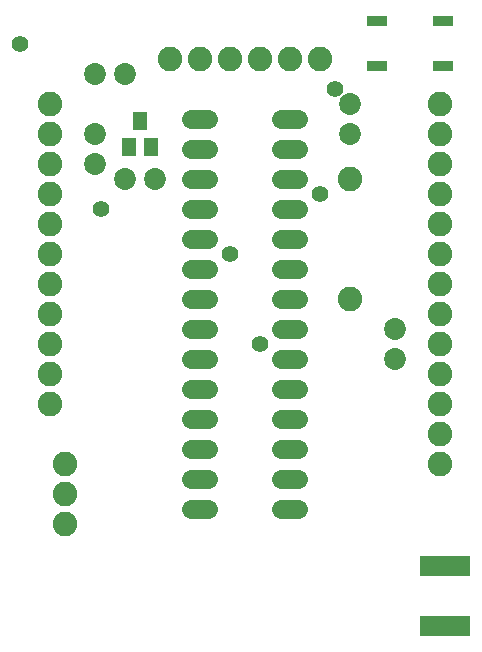
<source format=gts>
G75*
%MOIN*%
%OFA0B0*%
%FSLAX24Y24*%
%IPPOS*%
%LPD*%
%AMOC8*
5,1,8,0,0,1.08239X$1,22.5*
%
%ADD10C,0.0820*%
%ADD11R,0.0474X0.0631*%
%ADD12C,0.0730*%
%ADD13C,0.0640*%
%ADD14R,0.1680X0.0680*%
%ADD15R,0.0680X0.0380*%
%ADD16C,0.0556*%
D10*
X002558Y008692D03*
X002558Y009692D03*
X002558Y010692D03*
X002058Y012692D03*
X002058Y013692D03*
X002058Y014692D03*
X002058Y015692D03*
X002058Y016692D03*
X002058Y017692D03*
X002058Y018692D03*
X002058Y019692D03*
X002058Y020692D03*
X002058Y021692D03*
X002058Y022692D03*
X006058Y024192D03*
X007058Y024192D03*
X008058Y024192D03*
X009058Y024192D03*
X010058Y024192D03*
X011058Y024192D03*
X012058Y020192D03*
X012058Y016192D03*
X015058Y016692D03*
X015058Y017692D03*
X015058Y018692D03*
X015058Y019692D03*
X015058Y020692D03*
X015058Y021692D03*
X015058Y022692D03*
X015058Y015692D03*
X015058Y014692D03*
X015058Y013692D03*
X015058Y012692D03*
X015058Y011692D03*
X015058Y010692D03*
D11*
X005432Y021259D03*
X005058Y022125D03*
X004684Y021259D03*
D12*
X004558Y020192D03*
X005558Y020192D03*
X003558Y020692D03*
X003558Y021692D03*
X003558Y023692D03*
X004558Y023692D03*
X012058Y022692D03*
X012058Y021692D03*
X013558Y015192D03*
X013558Y014192D03*
D13*
X010338Y014192D02*
X009778Y014192D01*
X009778Y013192D02*
X010338Y013192D01*
X010338Y012192D02*
X009778Y012192D01*
X009778Y011192D02*
X010338Y011192D01*
X010338Y010192D02*
X009778Y010192D01*
X009778Y009192D02*
X010338Y009192D01*
X007338Y009192D02*
X006778Y009192D01*
X006778Y010192D02*
X007338Y010192D01*
X007338Y011192D02*
X006778Y011192D01*
X006778Y012192D02*
X007338Y012192D01*
X007338Y013192D02*
X006778Y013192D01*
X006778Y014192D02*
X007338Y014192D01*
X007338Y015192D02*
X006778Y015192D01*
X006778Y016192D02*
X007338Y016192D01*
X007338Y017192D02*
X006778Y017192D01*
X006778Y018192D02*
X007338Y018192D01*
X007338Y019192D02*
X006778Y019192D01*
X006778Y020192D02*
X007338Y020192D01*
X007338Y021192D02*
X006778Y021192D01*
X006778Y022192D02*
X007338Y022192D01*
X009778Y022192D02*
X010338Y022192D01*
X010338Y021192D02*
X009778Y021192D01*
X009778Y020192D02*
X010338Y020192D01*
X010338Y019192D02*
X009778Y019192D01*
X009778Y018192D02*
X010338Y018192D01*
X010338Y017192D02*
X009778Y017192D01*
X009778Y016192D02*
X010338Y016192D01*
X010338Y015192D02*
X009778Y015192D01*
D14*
X015245Y007276D03*
X015245Y005276D03*
D15*
X015158Y023942D03*
X015158Y025442D03*
X012958Y025442D03*
X012958Y023942D03*
D16*
X011558Y023192D03*
X011058Y019692D03*
X008058Y017692D03*
X009058Y014692D03*
X003758Y019192D03*
X001058Y024692D03*
M02*

</source>
